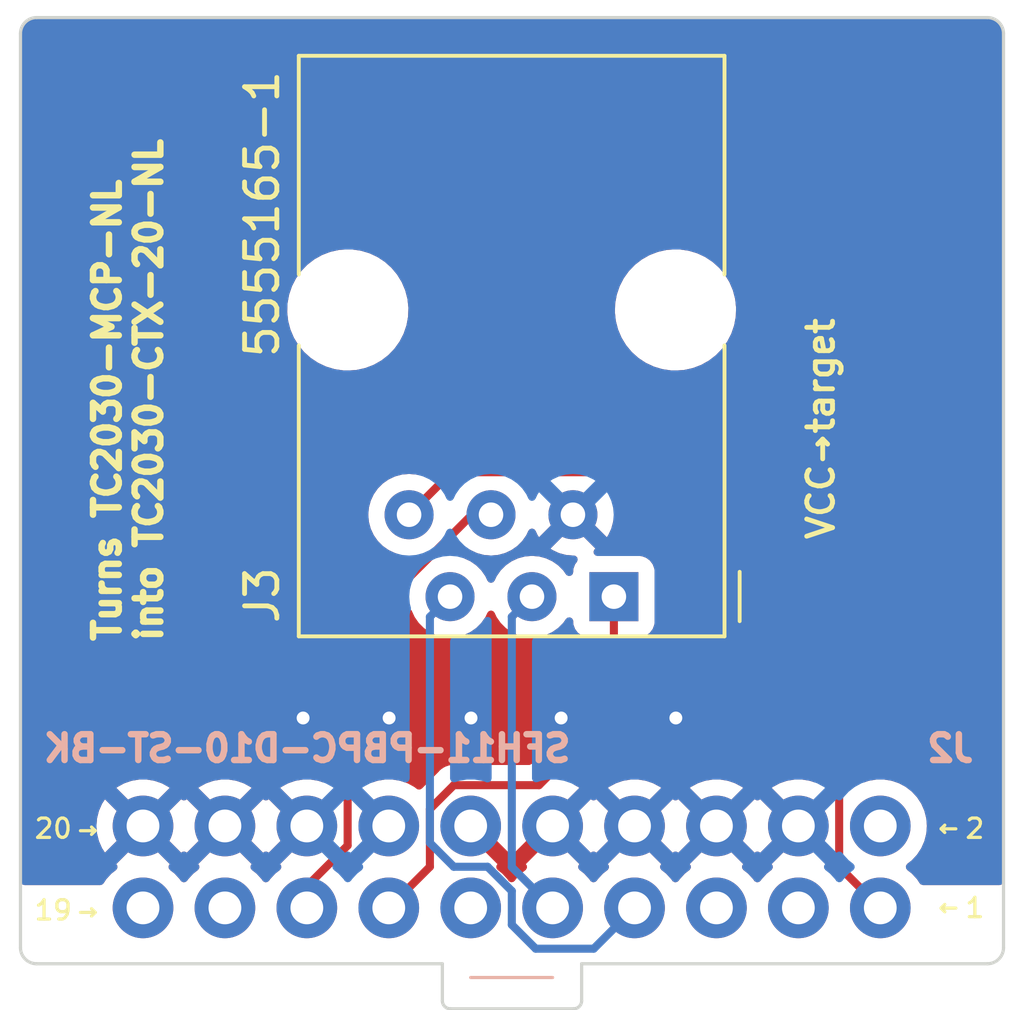
<source format=kicad_pcb>
(kicad_pcb (version 20221018) (generator pcbnew)
  (layers (0 "F.Cu" signal) (31 "B.Cu" signal) (34 "B.Paste" user) (35 "F.Paste" user) (36 "B.SilkS" user "B.Silkscreen") (37 "F.SilkS" user "F.Silkscreen") (38 "B.Mask" user) (39 "F.Mask" user) (44 "Edge.Cuts" user))
  (net 0 "")
  (net 1 "GND")
  (net 8 "VCC")
  (net 9 "SWDIO")
  (net 10 "NRST")
  (net 11 "SWCLK")
  (net 12 "SWO")
  (net 13 "Net-(J2-VTREF)")
  (footprint "biolite-kicad-lib:CONN_RJ12" (layer "F.Cu") (at 29.067142 -3 180)
    (fp_text reference "J3" hide)
    (fp_text value "5555165-1" (at 10.906142 11.859 90) (layer "F.SilkS"))
    (fp_text user "${REFERENCE}" (at 10.906142 0.048 90) (layer "F.SilkS"))
    (fp_line (start -3.9 0.77) (end -3.9 -0.76) (stroke (width 0.12)) (layer "F.SilkS"))
    (fp_line (start -3.43 -1.23) (end 9.77 -1.23) (stroke (width 0.12)) (layer "F.SilkS"))
    (fp_line (start -3.43 7.72) (end -3.43 7.79) (stroke (width 0.1)) (layer "F.SilkS"))
    (fp_line (start -3.43 7.79) (end -3.43 -1.23) (stroke (width 0.12)) (layer "F.SilkS"))
    (fp_line (start -3.43 16.77) (end -3.43 9.99) (stroke (width 0.12)) (layer "F.SilkS"))
    (fp_line (start 9.77 -1.23) (end 9.77 7.79) (stroke (width 0.12)) (layer "F.SilkS"))
    (fp_line (start 9.77 16.65) (end 9.77 16.77) (stroke (width 0.1)) (layer "F.SilkS"))
    (fp_line (start 9.77 16.76) (end 9.77 16.77) (stroke (width 0.1)) (layer "F.SilkS"))
    (fp_line (start 9.77 16.77) (end -3.43 16.77) (stroke (width 0.12)) (layer "F.SilkS"))
    (fp_line (start 9.77 16.77) (end 9.77 9.99) (stroke (width 0.12)) (layer "F.SilkS"))
    (pad "" np_thru_hole circle (at -1.91 8.89 180) (size 3.25 3.25) (drill 3.25) (layers "*.Cu" "*.Mask"))
    (pad "" np_thru_hole circle (at 8.25 8.89 180) (size 3.25 3.25) (drill 3.25) (layers "*.Cu" "*.Mask"))
    (pad "1" thru_hole rect (at 0 0 180) (size 1.52 1.52) (drill 0.76) (layers "*.Cu" "*.Mask") (net 12 "SWO"))
    (pad "2" thru_hole circle (at 1.27 2.54 180) (size 1.52 1.52) (drill 0.76) (layers "*.Cu" "*.Mask") (net 1 "GND"))
    (pad "3" thru_hole circle (at 2.54 0 180) (size 1.52 1.52) (drill 0.76) (layers "*.Cu" "*.Mask") (net 11 "SWCLK"))
    (pad "4" thru_hole circle (at 3.81 2.54 180) (size 1.52 1.52) (drill 0.76) (layers "*.Cu" "*.Mask") (net 10 "NRST"))
    (pad "5" thru_hole circle (at 5.08 0 180) (size 1.52 1.52) (drill 0.76) (layers "*.Cu" "*.Mask") (net 9 "SWDIO"))
    (pad "6" thru_hole circle (at 6.35 2.54 180) (size 1.52 1.52) (drill 0.76) (layers "*.Cu" "*.Mask") (net 8 "VCC"))
  )
  (footprint "biolite-kicad-lib:JUMPER_SOLDER_1MM" (layer "F.Cu") (at 35.433 -2.54 -90)
    (fp_text reference "JP1" hide)
    (fp_text value "JUMPER_SOLDER_1MM" hide)
    (pad "1" smd custom (at -0.6 0 270) (size 0.8 0.8) (layers "F.Cu") (net 8 "VCC") (options (clearance outline) (anchor circle)) (primitives (gr_arc (start 0.4 0.9) (mid -0.5 0) (end 0.4 -0.9) (width 0.2)) (gr_line (start 0.4 0.9) (end 0.4 -0.9) (width 0.2)) (gr_line (start 0.3 -0.7) (end 0.3 0.7) (width 0.4)) (gr_arc (start 0.3 0.6) (mid -0.3 0) (end 0.3 -0.6) (width 0.4))))
    (pad "2" smd custom (at 0.6 0 90) (size 0.8 0.8) (layers "F.Cu") (net 13 "Net-(J2-VTREF)") (options (clearance outline) (anchor circle)) (primitives (gr_arc (start 0.4 0.9) (mid -0.5 0) (end 0.4 -0.9) (width 0.2)) (gr_line (start 0.4 0.9) (end 0.4 -0.9) (width 0.2)) (gr_line (start 0.3 -0.7) (end 0.3 0.7) (width 0.4)) (gr_arc (start 0.3 0.6) (mid -0.3 0) (end 0.3 -0.6) (width 0.4))))
  )
  (footprint "biolite-kicad-lib:CONN_2X10_100MIL" (layer "B.Cu") (at 25.897142 6.65 180)
    (fp_text reference "J2" (at -13.599858 4.945) (layer "B.SilkS") (effects (font (size 0.8 0.8) (thickness 0.2) bold) (justify mirror)))
    (fp_text value "SFH11-PBPC-D10-ST-BK" (at 6.339142 4.945) (layer "B.SilkS") (effects (font (size 0.8 0.8) (thickness 0.2) bold) (justify mirror)))
    (fp_text user locked "1" (at -14.361858 0) (layer "F.SilkS") (effects (font (size 0.6 0.6) (thickness 0.1))))
    (fp_text user "19" (at 14.213142 -0.0735) (layer "F.SilkS") (effects (font (size 0.6 0.6) (thickness 0.1))))
    (fp_text user locked "2" (at -14.361858 2.459) (layer "F.SilkS") (effects (font (size 0.6 0.6) (thickness 0.1))))
    (fp_text user "20" (at 14.213142 2.459) (layer "F.SilkS") (effects (font (size 0.6 0.6) (thickness 0.1))))
    (fp_line (start -1.27 -2.159) (end 1.27 -2.159) (stroke (width 0.1)) (layer "B.SilkS"))
    (pad "1" thru_hole circle locked (at -11.43 0 180) (size 1.8796 1.8796) (drill 1.016) (layers "*.Cu" "*.Mask") (net 13 "Net-(J2-VTREF)"))
    (pad "2" thru_hole circle locked (at -11.43 2.54 180) (size 1.8796 1.8796) (drill 1.016) (layers "*.Cu" "*.Mask"))
    (pad "3" thru_hole circle locked (at -8.89 0 180) (size 1.8796 1.8796) (drill 1.016) (layers "*.Cu" "*.Mask"))
    (pad "4" thru_hole circle locked (at -8.89 2.54 180) (size 1.8796 1.8796) (drill 1.016) (layers "*.Cu" "*.Mask") (net 1 "GND"))
    (pad "5" thru_hole circle locked (at -6.35 0 180) (size 1.8796 1.8796) (drill 1.016) (layers "*.Cu" "*.Mask"))
    (pad "6" thru_hole circle locked (at -6.35 2.54 180) (size 1.8796 1.8796) (drill 1.016) (layers "*.Cu" "*.Mask") (net 1 "GND"))
    (pad "7" thru_hole circle locked (at -3.81 0 180) (size 1.8796 1.8796) (drill 1.016) (layers "*.Cu" "*.Mask") (net 9 "SWDIO"))
    (pad "8" thru_hole circle locked (at -3.81 2.54 180) (size 1.8796 1.8796) (drill 1.016) (layers "*.Cu" "*.Mask") (net 1 "GND"))
    (pad "9" thru_hole circle locked (at -1.27 0 180) (size 1.8796 1.8796) (drill 1.016) (layers "*.Cu" "*.Mask") (net 11 "SWCLK"))
    (pad "10" thru_hole circle locked (at -1.27 2.54 180) (size 1.8796 1.8796) (drill 1.016) (layers "*.Cu" "*.Mask") (net 1 "GND"))
    (pad "11" thru_hole circle locked (at 1.27 0 180) (size 1.8796 1.8796) (drill 1.016) (layers "*.Cu" "*.Mask"))
    (pad "12" thru_hole circle locked (at 1.27 2.54 180) (size 1.8796 1.8796) (drill 1.016) (layers "*.Cu" "*.Mask") (net 1 "GND"))
    (pad "13" thru_hole circle locked (at 3.81 0 180) (size 1.8796 1.8796) (drill 1.016) (layers "*.Cu" "*.Mask") (net 12 "SWO"))
    (pad "14" thru_hole circle locked (at 3.81 2.54 180) (size 1.8796 1.8796) (drill 1.016) (layers "*.Cu" "*.Mask") (net 1 "GND"))
    (pad "15" thru_hole circle locked (at 6.35 0 180) (size 1.8796 1.8796) (drill 1.016) (layers "*.Cu" "*.Mask") (net 10 "NRST"))
    (pad "16" thru_hole circle locked (at 6.35 2.54 180) (size 1.8796 1.8796) (drill 1.016) (layers "*.Cu" "*.Mask") (net 1 "GND"))
    (pad "17" thru_hole circle locked (at 8.89 0 180) (size 1.8796 1.8796) (drill 1.016) (layers "*.Cu" "*.Mask"))
    (pad "18" thru_hole circle locked (at 8.89 2.54 180) (size 1.8796 1.8796) (drill 1.016) (layers "*.Cu" "*.Mask") (net 1 "GND"))
    (pad "19" thru_hole circle locked (at 11.43 0 180) (size 1.8796 1.8796) (drill 1.016) (layers "*.Cu" "*.Mask"))
    (pad "20" thru_hole circle locked (at 11.43 2.54 180) (size 1.8796 1.8796) (drill 1.016) (layers "*.Cu" "*.Mask") (net 1 "GND"))
  )
  (gr_line (start 10.668 7.882) (end 10.668 -20.455) (stroke (width 0.1)) (layer "Edge.Cuts"))
  (gr_line (start 23.749 8.382) (end 23.749 9.529) (stroke (width 0.1)) (layer "Edge.Cuts"))
  (gr_arc (start 40.648 -20.955) (mid 41.001553 -20.808553) (end 41.148 -20.455) (stroke (width 0.1)) (layer "Edge.Cuts"))
  (gr_arc (start 28.067 9.529) (mid 27.993777 9.705777) (end 27.817 9.779) (stroke (width 0.1)) (layer "Edge.Cuts"))
  (gr_arc (start 41.148 7.882) (mid 41.001553 8.235553) (end 40.648 8.382) (stroke (width 0.1)) (layer "Edge.Cuts"))
  (gr_line (start 11.168 -20.955) (end 40.648 -20.955) (stroke (width 0.1)) (layer "Edge.Cuts"))
  (gr_line (start 27.817 9.779) (end 23.999 9.779) (stroke (width 0.1)) (layer "Edge.Cuts"))
  (gr_line (start 28.067 8.382) (end 40.648 8.382) (stroke (width 0.1)) (layer "Edge.Cuts"))
  (gr_line (start 28.067 8.382) (end 28.067 9.529) (stroke (width 0.1)) (layer "Edge.Cuts"))
  (gr_arc (start 23.999 9.779) (mid 23.822223 9.705777) (end 23.749 9.529) (stroke (width 0.1)) (layer "Edge.Cuts"))
  (gr_arc (start 11.168 8.382) (mid 10.814447 8.235553) (end 10.668 7.882) (stroke (width 0.1)) (layer "Edge.Cuts"))
  (gr_line (start 41.148 -20.455) (end 41.148 7.882) (stroke (width 0.1)) (layer "Edge.Cuts"))
  (gr_arc (start 10.668 -20.455) (mid 10.814447 -20.808553) (end 11.168 -20.955) (stroke (width 0.1)) (layer "Edge.Cuts"))
  (gr_line (start 23.749 8.382) (end 11.168 8.382) (stroke (width 0.1)) (layer "Edge.Cuts"))
  (gr_text "→" (at 12.319 4.5645) (layer "F.SilkS") (effects (font (size 0.6 0.6) (thickness 0.1) bold) (justify left bottom)))
  (gr_text locked "→" (at 39.878 6.35 180) (layer "F.SilkS") (effects (font (size 0.6 0.6) (thickness 0.1) bold) (justify left bottom)))
  (gr_text "Turns TC2030-MCP-NL\ninto TC2030-CTX-20-NL" (at 15.113 -1.524 90) (layer "F.SilkS") (effects (font (size 0.8 0.8) (thickness 0.2) bold) (justify left bottom)))
  (gr_text locked "→" (at 39.878 3.891 180) (layer "F.SilkS") (effects (font (size 0.6 0.6) (thickness 0.1) bold) (justify left bottom)))
  (gr_text "VCC→target" (at 35.95175 -4.699 90) (layer "F.SilkS") (effects (font (size 0.8 0.8)) (justify left bottom)))
  (gr_text "→" (at 12.319 7.097) (layer "F.SilkS") (effects (font (size 0.6 0.6) (thickness 0.1) bold) (justify left bottom)))
  (via (at 22.098 0.762) (size 0.8) (drill 0.4) (layers "F.Cu" "B.Cu") (net 1))
  (via (at 19.431 0.762) (size 0.8) (drill 0.4) (layers "F.Cu" "B.Cu") (net 1))
  (via (at 30.988 0.762) (size 0.8) (drill 0.4) (layers "F.Cu" "B.Cu") (net 1))
  (via (at 27.432 0.762) (size 0.8) (drill 0.4) (layers "F.Cu" "B.Cu") (net 1))
  (via (at 24.638 0.762) (size 0.8) (drill 0.4) (layers "F.Cu" "B.Cu") (net 1))
  (segment (start 28.702 -6.858) (end 24.035142 -6.858) (width 0.25) (layer "F.Cu") (net 8))
  (segment (start 32.42 -3.14) (end 28.702 -6.858) (width 0.25) (layer "F.Cu") (net 8))
  (segment (start 24.035142 -6.858) (end 22.717142 -5.54) (width 0.25) (layer "F.Cu") (net 8))
  (segment (start 35.433 -3.14) (end 32.42 -3.14) (width 0.25) (layer "F.Cu") (net 8))
  (segment (start 25.15104 5.3748) (end 24.103244 5.3748) (width 0.25) (layer "B.Cu") (net 9))
  (segment (start 25.902342 6.126102) (end 25.15104 5.3748) (width 0.25) (layer "B.Cu") (net 9))
  (segment (start 26.643244 7.9148) (end 25.902342 7.173898) (width 0.25) (layer "B.Cu") (net 9))
  (segment (start 29.707142 6.65) (end 28.442342 7.9148) (width 0.25) (layer "B.Cu") (net 9))
  (segment (start 23.362342 4.633898) (end 23.362342 -2.3752) (width 0.25) (layer "B.Cu") (net 9))
  (segment (start 28.442342 7.9148) (end 26.643244 7.9148) (width 0.25) (layer "B.Cu") (net 9))
  (segment (start 24.103244 5.3748) (end 23.362342 4.633898) (width 0.25) (layer "B.Cu") (net 9))
  (segment (start 23.362342 -2.3752) (end 23.987142 -3) (width 0.25) (layer "B.Cu") (net 9))
  (segment (start 25.902342 7.173898) (end 25.902342 6.126102) (width 0.25) (layer "B.Cu") (net 9))
  (segment (start 24.66436 -5.54) (end 20.811942 -1.687582) (width 0.25) (layer "F.Cu") (net 10))
  (segment (start 19.547142 5.979858) (end 19.547142 6.65) (width 0.25) (layer "F.Cu") (net 10))
  (segment (start 20.811942 -1.687582) (end 20.811942 4.715058) (width 0.25) (layer "F.Cu") (net 10))
  (segment (start 20.811942 4.715058) (end 19.547142 5.979858) (width 0.25) (layer "F.Cu") (net 10))
  (segment (start 25.257142 -5.54) (end 24.66436 -5.54) (width 0.25) (layer "F.Cu") (net 10))
  (segment (start 25.902342 -2.3752) (end 26.527142 -3) (width 0.25) (layer "B.Cu") (net 11))
  (segment (start 27.167142 6.65) (end 25.902342 5.3852) (width 0.25) (layer "B.Cu") (net 11))
  (segment (start 25.902342 5.3852) (end 25.902342 -2.3752) (width 0.25) (layer "B.Cu") (net 11))
  (segment (start 26.7458 2.8452) (end 24.103244 2.8452) (width 0.25) (layer "F.Cu") (net 12))
  (segment (start 23.362342 5.3748) (end 22.087142 6.65) (width 0.25) (layer "F.Cu") (net 12))
  (segment (start 29.067142 -3) (end 29.067142 0.523858) (width 0.25) (layer "F.Cu") (net 12))
  (segment (start 23.362342 3.586102) (end 23.362342 5.3748) (width 0.25) (layer "F.Cu") (net 12))
  (segment (start 24.103244 2.8452) (end 23.362342 3.586102) (width 0.25) (layer "F.Cu") (net 12))
  (segment (start 29.067142 0.523858) (end 26.7458 2.8452) (width 0.25) (layer "F.Cu") (net 12))
  (segment (start 36.051942 -1.321058) (end 35.433 -1.94) (width 0.25) (layer "F.Cu") (net 13))
  (segment (start 36.051942 5.3748) (end 36.051942 -1.321058) (width 0.25) (layer "F.Cu") (net 13))
  (segment (start 37.327142 6.65) (end 36.051942 5.3748) (width 0.25) (layer "F.Cu") (net 13))
  (zone (net 1) (net_name "GND") (layers "F&B.Cu") (connect_pads (clearance 0.5)) (min_thickness 0.25) (fill yes (thermal_gap 0.5) (thermal_bridge_width 0.5))
    (polygon (pts (xy 10.033 -21.5) (xy 41.804 -21.5) (xy 41.804 5.943) (xy 10.033 5.943)))
  )
)
</source>
